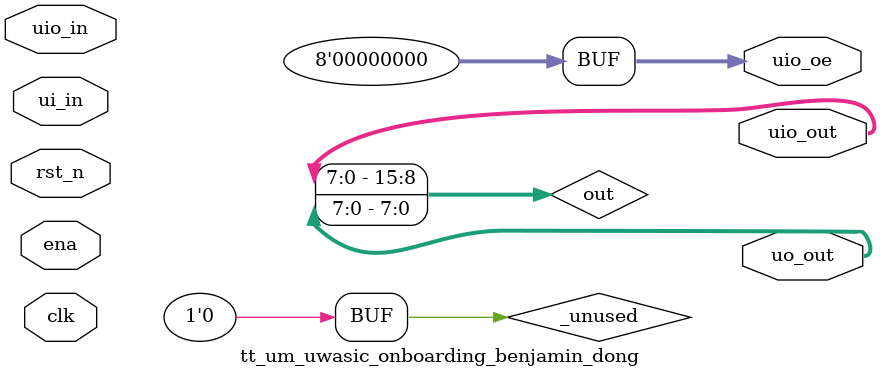
<source format=v>
/*
 * Copyright (c) 2024 Your Name
 * SPDX-License-Identifier: Apache-2.0
 */

`default_nettype none

module tt_um_uwasic_onboarding_benjamin_dong (
    input  wire [7:0] ui_in,    // Dedicated inputs
    output wire [7:0] uo_out,   // Dedicated outputs
    input  wire [7:0] uio_in,   // IOs: Input path
    output wire [7:0] uio_out,  // IOs: Output path
    output wire [7:0] uio_oe,   // IOs: Enable path (active high: 0=input, 1=output)
    input  wire       ena,      // always 1 when the design is powered, so you can ignore it
    input  wire       clk,      // clock
    input  wire       rst_n     // reset_n - low to reset
);

  // wires
  wire [7:0] en_reg_out_7_0;
  wire [7:0] en_reg_out_15_8;
  wire [7:0] en_reg_pwm_7_0;
  wire [7:0] en_reg_pwm_15_8;
  wire [7:0] pwm_duty_cycle;
  wire [15:0] out;

  // All output pins must be assigned. If not used, assign to 0.
  assign uo_out  = out[7:0];  // Example: ou_out is the sum of ui_in and uio_in
  assign uio_out = out[15:8];
  assign uio_oe  = 0;

  spi_peripheral inst1(
    .clk(clk), 
    .rst_n(rst_n), 
    .nCS(ui_in[2]),
    .SCLK(ui_in[0]),
    .copi(ui_in[1]),
    .en_reg_out_7_0(en_reg_out_7_0),
    .en_reg_out_15_8(en_reg_out_15_8),
    .en_reg_pwm_7_0(en_reg_pwm_7_0),
    .en_reg_pwm_15_8(en_reg_pwm_15_8),
    .pwm_duty_cycle(pwm_duty_cycle)
  );

  pwm_peripheral inst2(
    .clk(clk),
    .rst_n(rst_n),
    .en_reg_out_7_0(en_reg_out_7_0),
    .en_reg_out_15_8(en_reg_out_15_8),
    .en_reg_pwm_7_0(en_reg_pwm_7_0),
    .en_reg_pwm_15_8(en_reg_pwm_15_8),
    .pwm_duty_cycle(pwm_duty_cycle),
    .out()
  );
  // List all unused inputs to prevent warnings
  wire _unused = &{ena, 1'b0, ui_in[7:3], uio_in};

endmodule

</source>
